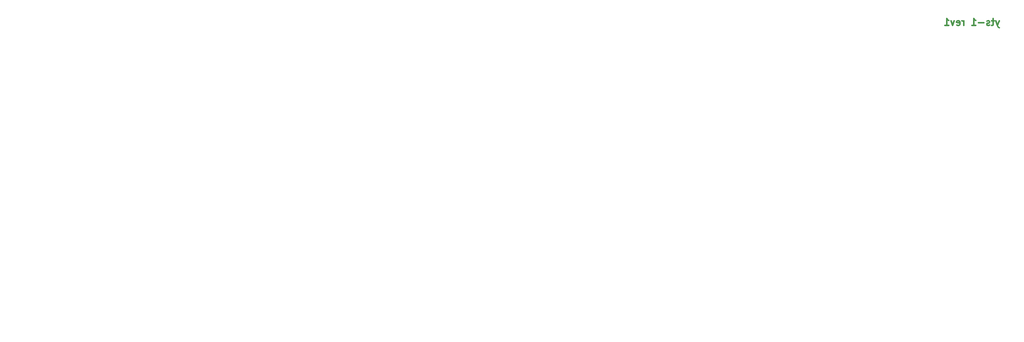
<source format=gbo>
G04 #@! TF.GenerationSoftware,KiCad,Pcbnew,(6.0.7-1)-1*
G04 #@! TF.CreationDate,2022-09-15T21:20:34+02:00*
G04 #@! TF.ProjectId,yts-pcb,7974732d-7063-4622-9e6b-696361645f70,rev?*
G04 #@! TF.SameCoordinates,Original*
G04 #@! TF.FileFunction,Legend,Bot*
G04 #@! TF.FilePolarity,Positive*
%FSLAX46Y46*%
G04 Gerber Fmt 4.6, Leading zero omitted, Abs format (unit mm)*
G04 Created by KiCad (PCBNEW (6.0.7-1)-1) date 2022-09-15 21:20:34*
%MOMM*%
%LPD*%
G01*
G04 APERTURE LIST*
%ADD10C,0.300000*%
%ADD11C,1.752600*%
%ADD12R,1.752600X1.752600*%
%ADD13C,1.600000*%
%ADD14R,1.600000X1.600000*%
%ADD15C,2.200000*%
%ADD16C,4.000000*%
%ADD17C,1.700000*%
%ADD18C,2.000000*%
%ADD19R,2.000000X2.000000*%
%ADD20O,3.200000X2.000000*%
%ADD21C,4.400000*%
%ADD22C,0.900000*%
G04 APERTURE END LIST*
D10*
X335000000Y-99678571D02*
X334642857Y-100678571D01*
X334285714Y-99678571D02*
X334642857Y-100678571D01*
X334785714Y-101035714D01*
X334857142Y-101107142D01*
X335000000Y-101178571D01*
X333928571Y-99678571D02*
X333357142Y-99678571D01*
X333714285Y-99178571D02*
X333714285Y-100464285D01*
X333642857Y-100607142D01*
X333500000Y-100678571D01*
X333357142Y-100678571D01*
X332928571Y-100607142D02*
X332785714Y-100678571D01*
X332500000Y-100678571D01*
X332357142Y-100607142D01*
X332285714Y-100464285D01*
X332285714Y-100392857D01*
X332357142Y-100250000D01*
X332500000Y-100178571D01*
X332714285Y-100178571D01*
X332857142Y-100107142D01*
X332928571Y-99964285D01*
X332928571Y-99892857D01*
X332857142Y-99750000D01*
X332714285Y-99678571D01*
X332500000Y-99678571D01*
X332357142Y-99750000D01*
X331642857Y-100107142D02*
X330500000Y-100107142D01*
X329000000Y-100678571D02*
X329857142Y-100678571D01*
X329428571Y-100678571D02*
X329428571Y-99178571D01*
X329571428Y-99392857D01*
X329714285Y-99535714D01*
X329857142Y-99607142D01*
X327214285Y-100678571D02*
X327214285Y-99678571D01*
X327214285Y-99964285D02*
X327142857Y-99821428D01*
X327071428Y-99750000D01*
X326928571Y-99678571D01*
X326785714Y-99678571D01*
X325714285Y-100607142D02*
X325857142Y-100678571D01*
X326142857Y-100678571D01*
X326285714Y-100607142D01*
X326357142Y-100464285D01*
X326357142Y-99892857D01*
X326285714Y-99750000D01*
X326142857Y-99678571D01*
X325857142Y-99678571D01*
X325714285Y-99750000D01*
X325642857Y-99892857D01*
X325642857Y-100035714D01*
X326357142Y-100178571D01*
X325142857Y-99678571D02*
X324785714Y-100678571D01*
X324428571Y-99678571D01*
X323071428Y-100678571D02*
X323928571Y-100678571D01*
X323500000Y-100678571D02*
X323500000Y-99178571D01*
X323642857Y-99392857D01*
X323785714Y-99535714D01*
X323928571Y-99607142D01*
D11*
X198597958Y-97730000D03*
X198597958Y-100270000D03*
X198597958Y-102810000D03*
X198597958Y-105350000D03*
X198597958Y-107890000D03*
X198597958Y-110430000D03*
X198597958Y-112970000D03*
X198597958Y-115510000D03*
X198597958Y-118050000D03*
X198597958Y-120590000D03*
X198597958Y-123130000D03*
X198597958Y-125670000D03*
X183357958Y-125670000D03*
X183357958Y-123130000D03*
X183357958Y-120590000D03*
X183357958Y-118050000D03*
X183357958Y-115510000D03*
X183357958Y-112970000D03*
X183357958Y-110430000D03*
X183357958Y-107890000D03*
X183357958Y-105350000D03*
X183357958Y-102810000D03*
X183357958Y-100270000D03*
D12*
X183357958Y-97730000D03*
D13*
X298177958Y-115200000D03*
D14*
X305977958Y-115200000D03*
D13*
X235977958Y-167600000D03*
D14*
X235977958Y-159800000D03*
D13*
X140977958Y-167600000D03*
D14*
X140977958Y-159800000D03*
D13*
X178977958Y-148600000D03*
D14*
X178977958Y-140800000D03*
D13*
X121977958Y-110500000D03*
D14*
X121977958Y-102700000D03*
D13*
X159977958Y-148600000D03*
D14*
X159977958Y-140800000D03*
D13*
X273977958Y-129600000D03*
D14*
X273977958Y-121800000D03*
D13*
X121977958Y-148600000D03*
D14*
X121977958Y-140800000D03*
D13*
X235977958Y-110100000D03*
D14*
X235977958Y-102300000D03*
D13*
X178977958Y-110100000D03*
D14*
X178977958Y-102300000D03*
D13*
X298477958Y-166700000D03*
D14*
X306277958Y-166700000D03*
D13*
X254977958Y-148600000D03*
D14*
X254977958Y-140800000D03*
D13*
X140977958Y-129600000D03*
D14*
X140977958Y-121800000D03*
D13*
X159977958Y-167600000D03*
D14*
X159977958Y-159800000D03*
D13*
X121977958Y-167600000D03*
D14*
X121977958Y-159800000D03*
D13*
X273977958Y-167600000D03*
D14*
X273977958Y-159800000D03*
D13*
X178977958Y-167600000D03*
D14*
X178977958Y-159800000D03*
D13*
X140977958Y-148600000D03*
D14*
X140977958Y-140800000D03*
D13*
X254977958Y-110100000D03*
D14*
X254977958Y-102300000D03*
D13*
X235977958Y-129600000D03*
D14*
X235977958Y-121800000D03*
D13*
X121977958Y-129700000D03*
D14*
X121977958Y-121900000D03*
D13*
X159977958Y-110100000D03*
D14*
X159977958Y-102300000D03*
D13*
X273977958Y-110100000D03*
D14*
X273977958Y-102300000D03*
D13*
X207477958Y-167600000D03*
D14*
X207477958Y-159800000D03*
D13*
X178977958Y-129600000D03*
D14*
X178977958Y-121800000D03*
D13*
X159977958Y-129600000D03*
D14*
X159977958Y-121800000D03*
D13*
X254977958Y-167700000D03*
D14*
X254977958Y-159900000D03*
D13*
X254977958Y-129600000D03*
D14*
X254977958Y-121800000D03*
D13*
X140977958Y-110500000D03*
D14*
X140977958Y-102700000D03*
%LPC*%
D15*
X146667958Y-123160000D03*
X153017958Y-120620000D03*
D16*
X150477958Y-125700000D03*
D17*
X155557958Y-125700000D03*
X145397958Y-125700000D03*
D15*
X108667958Y-123160000D03*
X115017958Y-120620000D03*
D17*
X117557958Y-125700000D03*
D16*
X112477958Y-125700000D03*
D17*
X107397958Y-125700000D03*
D18*
X309477958Y-155700000D03*
X309477958Y-160700000D03*
X294977958Y-158200000D03*
X294977958Y-160700000D03*
D19*
X294977958Y-155700000D03*
D20*
X302477958Y-163800000D03*
X302477958Y-152600000D03*
D15*
X127667958Y-104160000D03*
X134017958Y-101620000D03*
D16*
X131477958Y-106700000D03*
D17*
X136557958Y-106700000D03*
X126397958Y-106700000D03*
D15*
X165667958Y-104160000D03*
X172017958Y-101620000D03*
D17*
X164397958Y-106700000D03*
X174557958Y-106700000D03*
D16*
X169477958Y-106700000D03*
D21*
X322047959Y-116202042D03*
D15*
X165667958Y-161160000D03*
X172017958Y-158620000D03*
D17*
X174557958Y-163700000D03*
X164397958Y-163700000D03*
D16*
X169477958Y-163700000D03*
D15*
X146667958Y-161160000D03*
X153017958Y-158620000D03*
D17*
X145397958Y-163700000D03*
X155557958Y-163700000D03*
D16*
X150477958Y-163700000D03*
D15*
X146667958Y-142160000D03*
X153017958Y-139620000D03*
D17*
X155557958Y-144700000D03*
D16*
X150477958Y-144700000D03*
D17*
X145397958Y-144700000D03*
D15*
X146667958Y-104160000D03*
X153017958Y-101620000D03*
D17*
X155557958Y-106700000D03*
X145397958Y-106700000D03*
D16*
X150477958Y-106700000D03*
D15*
X108667958Y-161160000D03*
X115017958Y-158620000D03*
D17*
X117557958Y-163700000D03*
X107397958Y-163700000D03*
D16*
X112477958Y-163700000D03*
D15*
X165667958Y-123160000D03*
X172017958Y-120620000D03*
D17*
X174557958Y-125700000D03*
D16*
X169477958Y-125700000D03*
D17*
X164397958Y-125700000D03*
D15*
X165667958Y-142160000D03*
X172017958Y-139620000D03*
D17*
X164397958Y-144700000D03*
X174557958Y-144700000D03*
D16*
X169477958Y-144700000D03*
D15*
X127667958Y-142160000D03*
X134017958Y-139620000D03*
D16*
X131477958Y-144700000D03*
D17*
X136557958Y-144700000D03*
X126397958Y-144700000D03*
D15*
X260667958Y-161160000D03*
X267017958Y-158620000D03*
D16*
X264477958Y-163700000D03*
D17*
X259397958Y-163700000D03*
X269557958Y-163700000D03*
D15*
X222667958Y-104160000D03*
X229017958Y-101620000D03*
D17*
X231557958Y-106700000D03*
D16*
X226477958Y-106700000D03*
D17*
X221397958Y-106700000D03*
D15*
X108667958Y-142160000D03*
X115017958Y-139620000D03*
D17*
X107397958Y-144700000D03*
X117557958Y-144700000D03*
D16*
X112477958Y-144700000D03*
D21*
X342997959Y-144802042D03*
X65997959Y-144802042D03*
D17*
X259397958Y-125700000D03*
D16*
X264477958Y-125700000D03*
D17*
X269557958Y-125700000D03*
D15*
X267017958Y-120620000D03*
X260667958Y-123160000D03*
X241667958Y-161160000D03*
X248017958Y-158620000D03*
D16*
X245477958Y-163700000D03*
D17*
X240397958Y-163700000D03*
X250557958Y-163700000D03*
D15*
X241667958Y-142160000D03*
X248017958Y-139620000D03*
D16*
X245477958Y-144700000D03*
D17*
X250557958Y-144700000D03*
X240397958Y-144700000D03*
D21*
X87197959Y-116202042D03*
D11*
X198597958Y-97730000D03*
X198597958Y-100270000D03*
X198597958Y-102810000D03*
X198597958Y-105350000D03*
X198597958Y-107890000D03*
X198597958Y-110430000D03*
X198597958Y-112970000D03*
X198597958Y-115510000D03*
X198597958Y-118050000D03*
X198597958Y-120590000D03*
X198597958Y-123130000D03*
X198597958Y-125670000D03*
X183357958Y-125670000D03*
X183357958Y-123130000D03*
X183357958Y-120590000D03*
X183357958Y-118050000D03*
X183357958Y-115510000D03*
X183357958Y-112970000D03*
X183357958Y-110430000D03*
X183357958Y-107890000D03*
X183357958Y-105350000D03*
X183357958Y-102810000D03*
X183357958Y-100270000D03*
D12*
X183357958Y-97730000D03*
D15*
X241667958Y-104160000D03*
X248017958Y-101620000D03*
D17*
X250557958Y-106700000D03*
X240397958Y-106700000D03*
D16*
X245477958Y-106700000D03*
D18*
X309477958Y-104200000D03*
X309477958Y-109200000D03*
X294977958Y-106700000D03*
X294977958Y-109200000D03*
D19*
X294977958Y-104200000D03*
D20*
X302477958Y-112300000D03*
X302477958Y-101100000D03*
D15*
X260667958Y-104160000D03*
X267017958Y-101620000D03*
D17*
X269557958Y-106700000D03*
D16*
X264477958Y-106700000D03*
D17*
X259397958Y-106700000D03*
D15*
X194167958Y-161160000D03*
X200517958Y-158620000D03*
D16*
X197977958Y-163700000D03*
D17*
X203057958Y-163700000D03*
X192897958Y-163700000D03*
D15*
X127667958Y-161160000D03*
X134017958Y-158620000D03*
D16*
X131477958Y-163700000D03*
D17*
X126397958Y-163700000D03*
X136557958Y-163700000D03*
D15*
X127667958Y-123160000D03*
X134017958Y-120620000D03*
D17*
X136557958Y-125700000D03*
X126397958Y-125700000D03*
D16*
X131477958Y-125700000D03*
D15*
X222667958Y-123160000D03*
X229017958Y-120620000D03*
D17*
X231557958Y-125700000D03*
D16*
X226477958Y-125700000D03*
D17*
X221397958Y-125700000D03*
D15*
X108667958Y-104160000D03*
X115017958Y-101620000D03*
D17*
X117557958Y-106700000D03*
X107397958Y-106700000D03*
D16*
X112477958Y-106700000D03*
D15*
X241667958Y-123160000D03*
X248017958Y-120620000D03*
D17*
X240397958Y-125700000D03*
X250557958Y-125700000D03*
D16*
X245477958Y-125700000D03*
D22*
X206477958Y-97870000D03*
X209477958Y-97870000D03*
D15*
X222667958Y-161160000D03*
X229017958Y-158620000D03*
D17*
X231557958Y-163700000D03*
D16*
X226477958Y-163700000D03*
D17*
X221397958Y-163700000D03*
D13*
X298177958Y-115200000D03*
D14*
X305977958Y-115200000D03*
D13*
X235977958Y-167600000D03*
D14*
X235977958Y-159800000D03*
D13*
X140977958Y-167600000D03*
D14*
X140977958Y-159800000D03*
D13*
X178977958Y-148600000D03*
D14*
X178977958Y-140800000D03*
D13*
X121977958Y-110500000D03*
D14*
X121977958Y-102700000D03*
D13*
X159977958Y-148600000D03*
D14*
X159977958Y-140800000D03*
D13*
X273977958Y-129600000D03*
D14*
X273977958Y-121800000D03*
D13*
X121977958Y-148600000D03*
D14*
X121977958Y-140800000D03*
D13*
X235977958Y-110100000D03*
D14*
X235977958Y-102300000D03*
D13*
X178977958Y-110100000D03*
D14*
X178977958Y-102300000D03*
D13*
X298477958Y-166700000D03*
D14*
X306277958Y-166700000D03*
D13*
X254977958Y-148600000D03*
D14*
X254977958Y-140800000D03*
D13*
X140977958Y-129600000D03*
D14*
X140977958Y-121800000D03*
D13*
X159977958Y-167600000D03*
D14*
X159977958Y-159800000D03*
D13*
X121977958Y-167600000D03*
D14*
X121977958Y-159800000D03*
D13*
X273977958Y-167600000D03*
D14*
X273977958Y-159800000D03*
D13*
X178977958Y-167600000D03*
D14*
X178977958Y-159800000D03*
D13*
X140977958Y-148600000D03*
D14*
X140977958Y-140800000D03*
D13*
X254977958Y-110100000D03*
D14*
X254977958Y-102300000D03*
D13*
X235977958Y-129600000D03*
D14*
X235977958Y-121800000D03*
D13*
X121977958Y-129700000D03*
D14*
X121977958Y-121900000D03*
D13*
X159977958Y-110100000D03*
D14*
X159977958Y-102300000D03*
D13*
X273977958Y-110100000D03*
D14*
X273977958Y-102300000D03*
D13*
X207477958Y-167600000D03*
D14*
X207477958Y-159800000D03*
D13*
X178977958Y-129600000D03*
D14*
X178977958Y-121800000D03*
D13*
X159977958Y-129600000D03*
D14*
X159977958Y-121800000D03*
D13*
X254977958Y-167700000D03*
D14*
X254977958Y-159900000D03*
D13*
X254977958Y-129600000D03*
D14*
X254977958Y-121800000D03*
D13*
X140977958Y-110500000D03*
D14*
X140977958Y-102700000D03*
M02*

</source>
